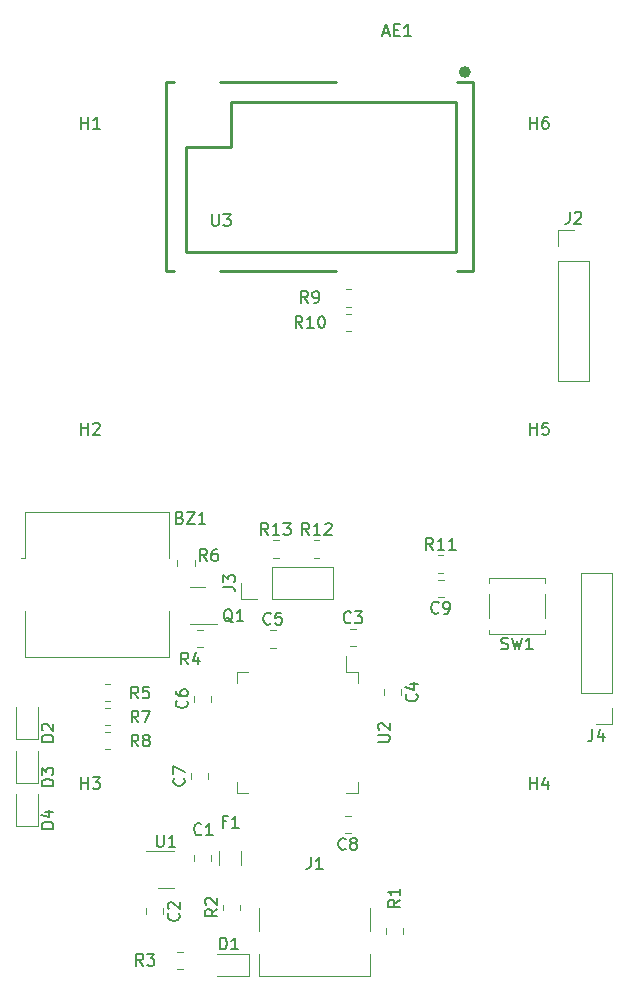
<source format=gbr>
%TF.GenerationSoftware,KiCad,Pcbnew,(6.0.4)*%
%TF.CreationDate,2022-05-01T17:18:24+08:00*%
%TF.ProjectId,RFID-siteV_1_0,52464944-2d73-4697-9465-565f315f302e,rev?*%
%TF.SameCoordinates,Original*%
%TF.FileFunction,Legend,Top*%
%TF.FilePolarity,Positive*%
%FSLAX46Y46*%
G04 Gerber Fmt 4.6, Leading zero omitted, Abs format (unit mm)*
G04 Created by KiCad (PCBNEW (6.0.4)) date 2022-05-01 17:18:24*
%MOMM*%
%LPD*%
G01*
G04 APERTURE LIST*
%ADD10C,0.150000*%
%ADD11C,0.120000*%
%ADD12C,0.500000*%
%ADD13C,0.254000*%
G04 APERTURE END LIST*
D10*
%TO.C,C8*%
X99833133Y-163936742D02*
X99785514Y-163984361D01*
X99642657Y-164031980D01*
X99547419Y-164031980D01*
X99404561Y-163984361D01*
X99309323Y-163889123D01*
X99261704Y-163793885D01*
X99214085Y-163603409D01*
X99214085Y-163460552D01*
X99261704Y-163270076D01*
X99309323Y-163174838D01*
X99404561Y-163079600D01*
X99547419Y-163031980D01*
X99642657Y-163031980D01*
X99785514Y-163079600D01*
X99833133Y-163127219D01*
X100404561Y-163460552D02*
X100309323Y-163412933D01*
X100261704Y-163365314D01*
X100214085Y-163270076D01*
X100214085Y-163222457D01*
X100261704Y-163127219D01*
X100309323Y-163079600D01*
X100404561Y-163031980D01*
X100595038Y-163031980D01*
X100690276Y-163079600D01*
X100737895Y-163127219D01*
X100785514Y-163222457D01*
X100785514Y-163270076D01*
X100737895Y-163365314D01*
X100690276Y-163412933D01*
X100595038Y-163460552D01*
X100404561Y-163460552D01*
X100309323Y-163508171D01*
X100261704Y-163555790D01*
X100214085Y-163651028D01*
X100214085Y-163841504D01*
X100261704Y-163936742D01*
X100309323Y-163984361D01*
X100404561Y-164031980D01*
X100595038Y-164031980D01*
X100690276Y-163984361D01*
X100737895Y-163936742D01*
X100785514Y-163841504D01*
X100785514Y-163651028D01*
X100737895Y-163555790D01*
X100690276Y-163508171D01*
X100595038Y-163460552D01*
%TO.C,J3*%
X89451380Y-141760533D02*
X90165666Y-141760533D01*
X90308523Y-141808152D01*
X90403761Y-141903390D01*
X90451380Y-142046247D01*
X90451380Y-142141485D01*
X89451380Y-141379580D02*
X89451380Y-140760533D01*
X89832333Y-141093866D01*
X89832333Y-140951009D01*
X89879952Y-140855771D01*
X89927571Y-140808152D01*
X90022809Y-140760533D01*
X90260904Y-140760533D01*
X90356142Y-140808152D01*
X90403761Y-140855771D01*
X90451380Y-140951009D01*
X90451380Y-141236723D01*
X90403761Y-141331961D01*
X90356142Y-141379580D01*
%TO.C,H6*%
X115446334Y-102973332D02*
X115446334Y-101973332D01*
X115446334Y-102449523D02*
X116017762Y-102449523D01*
X116017762Y-102973332D02*
X116017762Y-101973332D01*
X116922524Y-101973332D02*
X116732048Y-101973332D01*
X116636810Y-102020952D01*
X116589191Y-102068571D01*
X116493953Y-102211428D01*
X116446334Y-102401904D01*
X116446334Y-102782856D01*
X116493953Y-102878094D01*
X116541572Y-102925713D01*
X116636810Y-102973332D01*
X116827286Y-102973332D01*
X116922524Y-102925713D01*
X116970143Y-102878094D01*
X117017762Y-102782856D01*
X117017762Y-102544761D01*
X116970143Y-102449523D01*
X116922524Y-102401904D01*
X116827286Y-102354285D01*
X116636810Y-102354285D01*
X116541572Y-102401904D01*
X116493953Y-102449523D01*
X116446334Y-102544761D01*
%TO.C,H5*%
X115446334Y-128873332D02*
X115446334Y-127873332D01*
X115446334Y-128349523D02*
X116017762Y-128349523D01*
X116017762Y-128873332D02*
X116017762Y-127873332D01*
X116970143Y-127873332D02*
X116493953Y-127873332D01*
X116446334Y-128349523D01*
X116493953Y-128301904D01*
X116589191Y-128254285D01*
X116827286Y-128254285D01*
X116922524Y-128301904D01*
X116970143Y-128349523D01*
X117017762Y-128444761D01*
X117017762Y-128682856D01*
X116970143Y-128778094D01*
X116922524Y-128825713D01*
X116827286Y-128873332D01*
X116589191Y-128873332D01*
X116493953Y-128825713D01*
X116446334Y-128778094D01*
%TO.C,H4*%
X115446077Y-158873332D02*
X115446077Y-157873332D01*
X115446077Y-158349523D02*
X116017505Y-158349523D01*
X116017505Y-158873332D02*
X116017505Y-157873332D01*
X116922267Y-158206666D02*
X116922267Y-158873332D01*
X116684172Y-157825713D02*
X116446077Y-158539999D01*
X117065124Y-158539999D01*
%TO.C,H3*%
X77446077Y-158873332D02*
X77446077Y-157873332D01*
X77446077Y-158349523D02*
X78017505Y-158349523D01*
X78017505Y-158873332D02*
X78017505Y-157873332D01*
X78398458Y-157873332D02*
X79017505Y-157873332D01*
X78684172Y-158254285D01*
X78827029Y-158254285D01*
X78922267Y-158301904D01*
X78969886Y-158349523D01*
X79017505Y-158444761D01*
X79017505Y-158682856D01*
X78969886Y-158778094D01*
X78922267Y-158825713D01*
X78827029Y-158873332D01*
X78541315Y-158873332D01*
X78446077Y-158825713D01*
X78398458Y-158778094D01*
%TO.C,H2*%
X77446334Y-128873332D02*
X77446334Y-127873332D01*
X77446334Y-128349523D02*
X78017762Y-128349523D01*
X78017762Y-128873332D02*
X78017762Y-127873332D01*
X78446334Y-127968571D02*
X78493953Y-127920952D01*
X78589191Y-127873332D01*
X78827286Y-127873332D01*
X78922524Y-127920952D01*
X78970143Y-127968571D01*
X79017762Y-128063809D01*
X79017762Y-128159047D01*
X78970143Y-128301904D01*
X78398715Y-128873332D01*
X79017762Y-128873332D01*
%TO.C,H1*%
X77446334Y-102973332D02*
X77446334Y-101973332D01*
X77446334Y-102449523D02*
X78017762Y-102449523D01*
X78017762Y-102973332D02*
X78017762Y-101973332D01*
X79017762Y-102973332D02*
X78446334Y-102973332D01*
X78732048Y-102973332D02*
X78732048Y-101973332D01*
X78636810Y-102116190D01*
X78541572Y-102211428D01*
X78446334Y-102259047D01*
%TO.C,U3*%
X88510095Y-110193580D02*
X88510095Y-111003104D01*
X88557714Y-111098342D01*
X88605333Y-111145961D01*
X88700571Y-111193580D01*
X88891047Y-111193580D01*
X88986285Y-111145961D01*
X89033904Y-111098342D01*
X89081523Y-111003104D01*
X89081523Y-110193580D01*
X89462476Y-110193580D02*
X90081523Y-110193580D01*
X89748190Y-110574533D01*
X89891047Y-110574533D01*
X89986285Y-110622152D01*
X90033904Y-110669771D01*
X90081523Y-110765009D01*
X90081523Y-111003104D01*
X90033904Y-111098342D01*
X89986285Y-111145961D01*
X89891047Y-111193580D01*
X89605333Y-111193580D01*
X89510095Y-111145961D01*
X89462476Y-111098342D01*
%TO.C,U2*%
X102584980Y-154863704D02*
X103394504Y-154863704D01*
X103489742Y-154816085D01*
X103537361Y-154768466D01*
X103584980Y-154673228D01*
X103584980Y-154482752D01*
X103537361Y-154387514D01*
X103489742Y-154339895D01*
X103394504Y-154292276D01*
X102584980Y-154292276D01*
X102680219Y-153863704D02*
X102632600Y-153816085D01*
X102584980Y-153720847D01*
X102584980Y-153482752D01*
X102632600Y-153387514D01*
X102680219Y-153339895D01*
X102775457Y-153292276D01*
X102870695Y-153292276D01*
X103013552Y-153339895D01*
X103584980Y-153911323D01*
X103584980Y-153292276D01*
%TO.C,U1*%
X83845495Y-162761980D02*
X83845495Y-163571504D01*
X83893114Y-163666742D01*
X83940733Y-163714361D01*
X84035971Y-163761980D01*
X84226447Y-163761980D01*
X84321685Y-163714361D01*
X84369304Y-163666742D01*
X84416923Y-163571504D01*
X84416923Y-162761980D01*
X85416923Y-163761980D02*
X84845495Y-163761980D01*
X85131209Y-163761980D02*
X85131209Y-162761980D01*
X85035971Y-162904838D01*
X84940733Y-163000076D01*
X84845495Y-163047695D01*
%TO.C,SW1*%
X113010666Y-147014561D02*
X113153523Y-147062180D01*
X113391619Y-147062180D01*
X113486857Y-147014561D01*
X113534476Y-146966942D01*
X113582095Y-146871704D01*
X113582095Y-146776466D01*
X113534476Y-146681228D01*
X113486857Y-146633609D01*
X113391619Y-146585990D01*
X113201142Y-146538371D01*
X113105904Y-146490752D01*
X113058285Y-146443133D01*
X113010666Y-146347895D01*
X113010666Y-146252657D01*
X113058285Y-146157419D01*
X113105904Y-146109800D01*
X113201142Y-146062180D01*
X113439238Y-146062180D01*
X113582095Y-146109800D01*
X113915428Y-146062180D02*
X114153523Y-147062180D01*
X114344000Y-146347895D01*
X114534476Y-147062180D01*
X114772571Y-146062180D01*
X115677333Y-147062180D02*
X115105904Y-147062180D01*
X115391619Y-147062180D02*
X115391619Y-146062180D01*
X115296380Y-146205038D01*
X115201142Y-146300276D01*
X115105904Y-146347895D01*
%TO.C,R13*%
X93271342Y-137359380D02*
X92938009Y-136883190D01*
X92699914Y-137359380D02*
X92699914Y-136359380D01*
X93080866Y-136359380D01*
X93176104Y-136407000D01*
X93223723Y-136454619D01*
X93271342Y-136549857D01*
X93271342Y-136692714D01*
X93223723Y-136787952D01*
X93176104Y-136835571D01*
X93080866Y-136883190D01*
X92699914Y-136883190D01*
X94223723Y-137359380D02*
X93652295Y-137359380D01*
X93938009Y-137359380D02*
X93938009Y-136359380D01*
X93842771Y-136502238D01*
X93747533Y-136597476D01*
X93652295Y-136645095D01*
X94557057Y-136359380D02*
X95176104Y-136359380D01*
X94842771Y-136740333D01*
X94985628Y-136740333D01*
X95080866Y-136787952D01*
X95128485Y-136835571D01*
X95176104Y-136930809D01*
X95176104Y-137168904D01*
X95128485Y-137264142D01*
X95080866Y-137311761D01*
X94985628Y-137359380D01*
X94699914Y-137359380D01*
X94604676Y-137311761D01*
X94557057Y-137264142D01*
%TO.C,R12*%
X96740742Y-137359380D02*
X96407409Y-136883190D01*
X96169314Y-137359380D02*
X96169314Y-136359380D01*
X96550266Y-136359380D01*
X96645504Y-136407000D01*
X96693123Y-136454619D01*
X96740742Y-136549857D01*
X96740742Y-136692714D01*
X96693123Y-136787952D01*
X96645504Y-136835571D01*
X96550266Y-136883190D01*
X96169314Y-136883190D01*
X97693123Y-137359380D02*
X97121695Y-137359380D01*
X97407409Y-137359380D02*
X97407409Y-136359380D01*
X97312171Y-136502238D01*
X97216933Y-136597476D01*
X97121695Y-136645095D01*
X98074076Y-136454619D02*
X98121695Y-136407000D01*
X98216933Y-136359380D01*
X98455028Y-136359380D01*
X98550266Y-136407000D01*
X98597885Y-136454619D01*
X98645504Y-136549857D01*
X98645504Y-136645095D01*
X98597885Y-136787952D01*
X98026457Y-137359380D01*
X98645504Y-137359380D01*
%TO.C,R11*%
X107224142Y-138630780D02*
X106890809Y-138154590D01*
X106652714Y-138630780D02*
X106652714Y-137630780D01*
X107033666Y-137630780D01*
X107128904Y-137678400D01*
X107176523Y-137726019D01*
X107224142Y-137821257D01*
X107224142Y-137964114D01*
X107176523Y-138059352D01*
X107128904Y-138106971D01*
X107033666Y-138154590D01*
X106652714Y-138154590D01*
X108176523Y-138630780D02*
X107605095Y-138630780D01*
X107890809Y-138630780D02*
X107890809Y-137630780D01*
X107795571Y-137773638D01*
X107700333Y-137868876D01*
X107605095Y-137916495D01*
X109128904Y-138630780D02*
X108557476Y-138630780D01*
X108843190Y-138630780D02*
X108843190Y-137630780D01*
X108747952Y-137773638D01*
X108652714Y-137868876D01*
X108557476Y-137916495D01*
%TO.C,R10*%
X96156542Y-119832380D02*
X95823209Y-119356190D01*
X95585114Y-119832380D02*
X95585114Y-118832380D01*
X95966066Y-118832380D01*
X96061304Y-118880000D01*
X96108923Y-118927619D01*
X96156542Y-119022857D01*
X96156542Y-119165714D01*
X96108923Y-119260952D01*
X96061304Y-119308571D01*
X95966066Y-119356190D01*
X95585114Y-119356190D01*
X97108923Y-119832380D02*
X96537495Y-119832380D01*
X96823209Y-119832380D02*
X96823209Y-118832380D01*
X96727971Y-118975238D01*
X96632733Y-119070476D01*
X96537495Y-119118095D01*
X97727971Y-118832380D02*
X97823209Y-118832380D01*
X97918447Y-118880000D01*
X97966066Y-118927619D01*
X98013685Y-119022857D01*
X98061304Y-119213333D01*
X98061304Y-119451428D01*
X98013685Y-119641904D01*
X97966066Y-119737142D01*
X97918447Y-119784761D01*
X97823209Y-119832380D01*
X97727971Y-119832380D01*
X97632733Y-119784761D01*
X97585114Y-119737142D01*
X97537495Y-119641904D01*
X97489876Y-119451428D01*
X97489876Y-119213333D01*
X97537495Y-119022857D01*
X97585114Y-118927619D01*
X97632733Y-118880000D01*
X97727971Y-118832380D01*
%TO.C,R9*%
X96634633Y-117724180D02*
X96301300Y-117247990D01*
X96063204Y-117724180D02*
X96063204Y-116724180D01*
X96444157Y-116724180D01*
X96539395Y-116771800D01*
X96587014Y-116819419D01*
X96634633Y-116914657D01*
X96634633Y-117057514D01*
X96587014Y-117152752D01*
X96539395Y-117200371D01*
X96444157Y-117247990D01*
X96063204Y-117247990D01*
X97110823Y-117724180D02*
X97301300Y-117724180D01*
X97396538Y-117676561D01*
X97444157Y-117628942D01*
X97539395Y-117486085D01*
X97587014Y-117295609D01*
X97587014Y-116914657D01*
X97539395Y-116819419D01*
X97491776Y-116771800D01*
X97396538Y-116724180D01*
X97206061Y-116724180D01*
X97110823Y-116771800D01*
X97063204Y-116819419D01*
X97015585Y-116914657D01*
X97015585Y-117152752D01*
X97063204Y-117247990D01*
X97110823Y-117295609D01*
X97206061Y-117343228D01*
X97396538Y-117343228D01*
X97491776Y-117295609D01*
X97539395Y-117247990D01*
X97587014Y-117152752D01*
%TO.C,R8*%
X82279833Y-155265380D02*
X81946500Y-154789190D01*
X81708404Y-155265380D02*
X81708404Y-154265380D01*
X82089357Y-154265380D01*
X82184595Y-154313000D01*
X82232214Y-154360619D01*
X82279833Y-154455857D01*
X82279833Y-154598714D01*
X82232214Y-154693952D01*
X82184595Y-154741571D01*
X82089357Y-154789190D01*
X81708404Y-154789190D01*
X82851261Y-154693952D02*
X82756023Y-154646333D01*
X82708404Y-154598714D01*
X82660785Y-154503476D01*
X82660785Y-154455857D01*
X82708404Y-154360619D01*
X82756023Y-154313000D01*
X82851261Y-154265380D01*
X83041738Y-154265380D01*
X83136976Y-154313000D01*
X83184595Y-154360619D01*
X83232214Y-154455857D01*
X83232214Y-154503476D01*
X83184595Y-154598714D01*
X83136976Y-154646333D01*
X83041738Y-154693952D01*
X82851261Y-154693952D01*
X82756023Y-154741571D01*
X82708404Y-154789190D01*
X82660785Y-154884428D01*
X82660785Y-155074904D01*
X82708404Y-155170142D01*
X82756023Y-155217761D01*
X82851261Y-155265380D01*
X83041738Y-155265380D01*
X83136976Y-155217761D01*
X83184595Y-155170142D01*
X83232214Y-155074904D01*
X83232214Y-154884428D01*
X83184595Y-154789190D01*
X83136976Y-154741571D01*
X83041738Y-154693952D01*
%TO.C,R7*%
X82281733Y-153233380D02*
X81948400Y-152757190D01*
X81710304Y-153233380D02*
X81710304Y-152233380D01*
X82091257Y-152233380D01*
X82186495Y-152281000D01*
X82234114Y-152328619D01*
X82281733Y-152423857D01*
X82281733Y-152566714D01*
X82234114Y-152661952D01*
X82186495Y-152709571D01*
X82091257Y-152757190D01*
X81710304Y-152757190D01*
X82615066Y-152233380D02*
X83281733Y-152233380D01*
X82853161Y-153233380D01*
%TO.C,R6*%
X88072933Y-139568180D02*
X87739600Y-139091990D01*
X87501504Y-139568180D02*
X87501504Y-138568180D01*
X87882457Y-138568180D01*
X87977695Y-138615800D01*
X88025314Y-138663419D01*
X88072933Y-138758657D01*
X88072933Y-138901514D01*
X88025314Y-138996752D01*
X87977695Y-139044371D01*
X87882457Y-139091990D01*
X87501504Y-139091990D01*
X88930076Y-138568180D02*
X88739600Y-138568180D01*
X88644361Y-138615800D01*
X88596742Y-138663419D01*
X88501504Y-138806276D01*
X88453885Y-138996752D01*
X88453885Y-139377704D01*
X88501504Y-139472942D01*
X88549123Y-139520561D01*
X88644361Y-139568180D01*
X88834838Y-139568180D01*
X88930076Y-139520561D01*
X88977695Y-139472942D01*
X89025314Y-139377704D01*
X89025314Y-139139609D01*
X88977695Y-139044371D01*
X88930076Y-138996752D01*
X88834838Y-138949133D01*
X88644361Y-138949133D01*
X88549123Y-138996752D01*
X88501504Y-139044371D01*
X88453885Y-139139609D01*
%TO.C,R5*%
X82256333Y-151201380D02*
X81923000Y-150725190D01*
X81684904Y-151201380D02*
X81684904Y-150201380D01*
X82065857Y-150201380D01*
X82161095Y-150249000D01*
X82208714Y-150296619D01*
X82256333Y-150391857D01*
X82256333Y-150534714D01*
X82208714Y-150629952D01*
X82161095Y-150677571D01*
X82065857Y-150725190D01*
X81684904Y-150725190D01*
X83161095Y-150201380D02*
X82684904Y-150201380D01*
X82637285Y-150677571D01*
X82684904Y-150629952D01*
X82780142Y-150582333D01*
X83018238Y-150582333D01*
X83113476Y-150629952D01*
X83161095Y-150677571D01*
X83208714Y-150772809D01*
X83208714Y-151010904D01*
X83161095Y-151106142D01*
X83113476Y-151153761D01*
X83018238Y-151201380D01*
X82780142Y-151201380D01*
X82684904Y-151153761D01*
X82637285Y-151106142D01*
%TO.C,R4*%
X86498133Y-148331180D02*
X86164800Y-147854990D01*
X85926704Y-148331180D02*
X85926704Y-147331180D01*
X86307657Y-147331180D01*
X86402895Y-147378800D01*
X86450514Y-147426419D01*
X86498133Y-147521657D01*
X86498133Y-147664514D01*
X86450514Y-147759752D01*
X86402895Y-147807371D01*
X86307657Y-147854990D01*
X85926704Y-147854990D01*
X87355276Y-147664514D02*
X87355276Y-148331180D01*
X87117180Y-147283561D02*
X86879085Y-147997847D01*
X87498133Y-147997847D01*
%TO.C,R3*%
X82688133Y-173832780D02*
X82354800Y-173356590D01*
X82116704Y-173832780D02*
X82116704Y-172832780D01*
X82497657Y-172832780D01*
X82592895Y-172880400D01*
X82640514Y-172928019D01*
X82688133Y-173023257D01*
X82688133Y-173166114D01*
X82640514Y-173261352D01*
X82592895Y-173308971D01*
X82497657Y-173356590D01*
X82116704Y-173356590D01*
X83021466Y-172832780D02*
X83640514Y-172832780D01*
X83307180Y-173213733D01*
X83450038Y-173213733D01*
X83545276Y-173261352D01*
X83592895Y-173308971D01*
X83640514Y-173404209D01*
X83640514Y-173642304D01*
X83592895Y-173737542D01*
X83545276Y-173785161D01*
X83450038Y-173832780D01*
X83164323Y-173832780D01*
X83069085Y-173785161D01*
X83021466Y-173737542D01*
%TO.C,R2*%
X88946980Y-169049366D02*
X88470790Y-169382700D01*
X88946980Y-169620795D02*
X87946980Y-169620795D01*
X87946980Y-169239842D01*
X87994600Y-169144604D01*
X88042219Y-169096985D01*
X88137457Y-169049366D01*
X88280314Y-169049366D01*
X88375552Y-169096985D01*
X88423171Y-169144604D01*
X88470790Y-169239842D01*
X88470790Y-169620795D01*
X88042219Y-168668414D02*
X87994600Y-168620795D01*
X87946980Y-168525557D01*
X87946980Y-168287461D01*
X87994600Y-168192223D01*
X88042219Y-168144604D01*
X88137457Y-168096985D01*
X88232695Y-168096985D01*
X88375552Y-168144604D01*
X88946980Y-168716033D01*
X88946980Y-168096985D01*
%TO.C,R1*%
X104414580Y-168263866D02*
X103938390Y-168597200D01*
X104414580Y-168835295D02*
X103414580Y-168835295D01*
X103414580Y-168454342D01*
X103462200Y-168359104D01*
X103509819Y-168311485D01*
X103605057Y-168263866D01*
X103747914Y-168263866D01*
X103843152Y-168311485D01*
X103890771Y-168359104D01*
X103938390Y-168454342D01*
X103938390Y-168835295D01*
X104414580Y-167311485D02*
X104414580Y-167882914D01*
X104414580Y-167597200D02*
X103414580Y-167597200D01*
X103557438Y-167692438D01*
X103652676Y-167787676D01*
X103700295Y-167882914D01*
%TO.C,Q1*%
X90252561Y-144768819D02*
X90157323Y-144721200D01*
X90062085Y-144625961D01*
X89919228Y-144483104D01*
X89823990Y-144435485D01*
X89728752Y-144435485D01*
X89776371Y-144673580D02*
X89681133Y-144625961D01*
X89585895Y-144530723D01*
X89538276Y-144340247D01*
X89538276Y-144006914D01*
X89585895Y-143816438D01*
X89681133Y-143721200D01*
X89776371Y-143673580D01*
X89966847Y-143673580D01*
X90062085Y-143721200D01*
X90157323Y-143816438D01*
X90204942Y-144006914D01*
X90204942Y-144340247D01*
X90157323Y-144530723D01*
X90062085Y-144625961D01*
X89966847Y-144673580D01*
X89776371Y-144673580D01*
X91157323Y-144673580D02*
X90585895Y-144673580D01*
X90871609Y-144673580D02*
X90871609Y-143673580D01*
X90776371Y-143816438D01*
X90681133Y-143911676D01*
X90585895Y-143959295D01*
%TO.C,J4*%
X120723066Y-153826780D02*
X120723066Y-154541066D01*
X120675447Y-154683923D01*
X120580209Y-154779161D01*
X120437352Y-154826780D01*
X120342114Y-154826780D01*
X121627828Y-154160114D02*
X121627828Y-154826780D01*
X121389733Y-153779161D02*
X121151638Y-154493447D01*
X121770685Y-154493447D01*
%TO.C,J2*%
X118792666Y-110004980D02*
X118792666Y-110719266D01*
X118745047Y-110862123D01*
X118649809Y-110957361D01*
X118506952Y-111004980D01*
X118411714Y-111004980D01*
X119221238Y-110100219D02*
X119268857Y-110052600D01*
X119364095Y-110004980D01*
X119602190Y-110004980D01*
X119697428Y-110052600D01*
X119745047Y-110100219D01*
X119792666Y-110195457D01*
X119792666Y-110290695D01*
X119745047Y-110433552D01*
X119173619Y-111004980D01*
X119792666Y-111004980D01*
%TO.C,J1*%
X96874648Y-164647780D02*
X96874648Y-165362066D01*
X96827029Y-165504923D01*
X96731791Y-165600161D01*
X96588934Y-165647780D01*
X96493696Y-165647780D01*
X97874648Y-165647780D02*
X97303220Y-165647780D01*
X97588934Y-165647780D02*
X97588934Y-164647780D01*
X97493696Y-164790638D01*
X97398458Y-164885876D01*
X97303220Y-164933495D01*
%TO.C,F1*%
X89735066Y-161624971D02*
X89401733Y-161624971D01*
X89401733Y-162148780D02*
X89401733Y-161148780D01*
X89877923Y-161148780D01*
X90782685Y-162148780D02*
X90211257Y-162148780D01*
X90496971Y-162148780D02*
X90496971Y-161148780D01*
X90401733Y-161291638D01*
X90306495Y-161386876D01*
X90211257Y-161434495D01*
%TO.C,D4*%
X75077580Y-162231295D02*
X74077580Y-162231295D01*
X74077580Y-161993200D01*
X74125200Y-161850342D01*
X74220438Y-161755104D01*
X74315676Y-161707485D01*
X74506152Y-161659866D01*
X74649009Y-161659866D01*
X74839485Y-161707485D01*
X74934723Y-161755104D01*
X75029961Y-161850342D01*
X75077580Y-161993200D01*
X75077580Y-162231295D01*
X74410914Y-160802723D02*
X75077580Y-160802723D01*
X74029961Y-161040819D02*
X74744247Y-161278914D01*
X74744247Y-160659866D01*
%TO.C,D3*%
X75077580Y-158599095D02*
X74077580Y-158599095D01*
X74077580Y-158361000D01*
X74125200Y-158218142D01*
X74220438Y-158122904D01*
X74315676Y-158075285D01*
X74506152Y-158027666D01*
X74649009Y-158027666D01*
X74839485Y-158075285D01*
X74934723Y-158122904D01*
X75029961Y-158218142D01*
X75077580Y-158361000D01*
X75077580Y-158599095D01*
X74077580Y-157694333D02*
X74077580Y-157075285D01*
X74458533Y-157408619D01*
X74458533Y-157265761D01*
X74506152Y-157170523D01*
X74553771Y-157122904D01*
X74649009Y-157075285D01*
X74887104Y-157075285D01*
X74982342Y-157122904D01*
X75029961Y-157170523D01*
X75077580Y-157265761D01*
X75077580Y-157551476D01*
X75029961Y-157646714D01*
X74982342Y-157694333D01*
%TO.C,D2*%
X75077580Y-154865295D02*
X74077580Y-154865295D01*
X74077580Y-154627200D01*
X74125200Y-154484342D01*
X74220438Y-154389104D01*
X74315676Y-154341485D01*
X74506152Y-154293866D01*
X74649009Y-154293866D01*
X74839485Y-154341485D01*
X74934723Y-154389104D01*
X75029961Y-154484342D01*
X75077580Y-154627200D01*
X75077580Y-154865295D01*
X74172819Y-153912914D02*
X74125200Y-153865295D01*
X74077580Y-153770057D01*
X74077580Y-153531961D01*
X74125200Y-153436723D01*
X74172819Y-153389104D01*
X74268057Y-153341485D01*
X74363295Y-153341485D01*
X74506152Y-153389104D01*
X75077580Y-153960533D01*
X75077580Y-153341485D01*
%TO.C,D1*%
X89203304Y-172461180D02*
X89203304Y-171461180D01*
X89441400Y-171461180D01*
X89584257Y-171508800D01*
X89679495Y-171604038D01*
X89727114Y-171699276D01*
X89774733Y-171889752D01*
X89774733Y-172032609D01*
X89727114Y-172223085D01*
X89679495Y-172318323D01*
X89584257Y-172413561D01*
X89441400Y-172461180D01*
X89203304Y-172461180D01*
X90727114Y-172461180D02*
X90155685Y-172461180D01*
X90441400Y-172461180D02*
X90441400Y-171461180D01*
X90346161Y-171604038D01*
X90250923Y-171699276D01*
X90155685Y-171746895D01*
%TO.C,C9*%
X107700333Y-143922942D02*
X107652714Y-143970561D01*
X107509857Y-144018180D01*
X107414619Y-144018180D01*
X107271761Y-143970561D01*
X107176523Y-143875323D01*
X107128904Y-143780085D01*
X107081285Y-143589609D01*
X107081285Y-143446752D01*
X107128904Y-143256276D01*
X107176523Y-143161038D01*
X107271761Y-143065800D01*
X107414619Y-143018180D01*
X107509857Y-143018180D01*
X107652714Y-143065800D01*
X107700333Y-143113419D01*
X108176523Y-144018180D02*
X108367000Y-144018180D01*
X108462238Y-143970561D01*
X108509857Y-143922942D01*
X108605095Y-143780085D01*
X108652714Y-143589609D01*
X108652714Y-143208657D01*
X108605095Y-143113419D01*
X108557476Y-143065800D01*
X108462238Y-143018180D01*
X108271761Y-143018180D01*
X108176523Y-143065800D01*
X108128904Y-143113419D01*
X108081285Y-143208657D01*
X108081285Y-143446752D01*
X108128904Y-143541990D01*
X108176523Y-143589609D01*
X108271761Y-143637228D01*
X108462238Y-143637228D01*
X108557476Y-143589609D01*
X108605095Y-143541990D01*
X108652714Y-143446752D01*
%TO.C,C7*%
X86129342Y-157966666D02*
X86176961Y-158014285D01*
X86224580Y-158157142D01*
X86224580Y-158252380D01*
X86176961Y-158395238D01*
X86081723Y-158490476D01*
X85986485Y-158538095D01*
X85796009Y-158585714D01*
X85653152Y-158585714D01*
X85462676Y-158538095D01*
X85367438Y-158490476D01*
X85272200Y-158395238D01*
X85224580Y-158252380D01*
X85224580Y-158157142D01*
X85272200Y-158014285D01*
X85319819Y-157966666D01*
X85224580Y-157633333D02*
X85224580Y-156966666D01*
X86224580Y-157395238D01*
%TO.C,C6*%
X86357942Y-151398266D02*
X86405561Y-151445885D01*
X86453180Y-151588742D01*
X86453180Y-151683980D01*
X86405561Y-151826838D01*
X86310323Y-151922076D01*
X86215085Y-151969695D01*
X86024609Y-152017314D01*
X85881752Y-152017314D01*
X85691276Y-151969695D01*
X85596038Y-151922076D01*
X85500800Y-151826838D01*
X85453180Y-151683980D01*
X85453180Y-151588742D01*
X85500800Y-151445885D01*
X85548419Y-151398266D01*
X85453180Y-150541123D02*
X85453180Y-150731600D01*
X85500800Y-150826838D01*
X85548419Y-150874457D01*
X85691276Y-150969695D01*
X85881752Y-151017314D01*
X86262704Y-151017314D01*
X86357942Y-150969695D01*
X86405561Y-150922076D01*
X86453180Y-150826838D01*
X86453180Y-150636361D01*
X86405561Y-150541123D01*
X86357942Y-150493504D01*
X86262704Y-150445885D01*
X86024609Y-150445885D01*
X85929371Y-150493504D01*
X85881752Y-150541123D01*
X85834133Y-150636361D01*
X85834133Y-150826838D01*
X85881752Y-150922076D01*
X85929371Y-150969695D01*
X86024609Y-151017314D01*
%TO.C,C5*%
X93483133Y-144854142D02*
X93435514Y-144901761D01*
X93292657Y-144949380D01*
X93197419Y-144949380D01*
X93054561Y-144901761D01*
X92959323Y-144806523D01*
X92911704Y-144711285D01*
X92864085Y-144520809D01*
X92864085Y-144377952D01*
X92911704Y-144187476D01*
X92959323Y-144092238D01*
X93054561Y-143997000D01*
X93197419Y-143949380D01*
X93292657Y-143949380D01*
X93435514Y-143997000D01*
X93483133Y-144044619D01*
X94387895Y-143949380D02*
X93911704Y-143949380D01*
X93864085Y-144425571D01*
X93911704Y-144377952D01*
X94006942Y-144330333D01*
X94245038Y-144330333D01*
X94340276Y-144377952D01*
X94387895Y-144425571D01*
X94435514Y-144520809D01*
X94435514Y-144758904D01*
X94387895Y-144854142D01*
X94340276Y-144901761D01*
X94245038Y-144949380D01*
X94006942Y-144949380D01*
X93911704Y-144901761D01*
X93864085Y-144854142D01*
%TO.C,C4*%
X105821542Y-150839466D02*
X105869161Y-150887085D01*
X105916780Y-151029942D01*
X105916780Y-151125180D01*
X105869161Y-151268038D01*
X105773923Y-151363276D01*
X105678685Y-151410895D01*
X105488209Y-151458514D01*
X105345352Y-151458514D01*
X105154876Y-151410895D01*
X105059638Y-151363276D01*
X104964400Y-151268038D01*
X104916780Y-151125180D01*
X104916780Y-151029942D01*
X104964400Y-150887085D01*
X105012019Y-150839466D01*
X105250114Y-149982323D02*
X105916780Y-149982323D01*
X104869161Y-150220419D02*
X105583447Y-150458514D01*
X105583447Y-149839466D01*
%TO.C,C3*%
X100264933Y-144752542D02*
X100217314Y-144800161D01*
X100074457Y-144847780D01*
X99979219Y-144847780D01*
X99836361Y-144800161D01*
X99741123Y-144704923D01*
X99693504Y-144609685D01*
X99645885Y-144419209D01*
X99645885Y-144276352D01*
X99693504Y-144085876D01*
X99741123Y-143990638D01*
X99836361Y-143895400D01*
X99979219Y-143847780D01*
X100074457Y-143847780D01*
X100217314Y-143895400D01*
X100264933Y-143943019D01*
X100598266Y-143847780D02*
X101217314Y-143847780D01*
X100883980Y-144228733D01*
X101026838Y-144228733D01*
X101122076Y-144276352D01*
X101169695Y-144323971D01*
X101217314Y-144419209D01*
X101217314Y-144657304D01*
X101169695Y-144752542D01*
X101122076Y-144800161D01*
X101026838Y-144847780D01*
X100741123Y-144847780D01*
X100645885Y-144800161D01*
X100598266Y-144752542D01*
%TO.C,C2*%
X85679342Y-169406866D02*
X85726961Y-169454485D01*
X85774580Y-169597342D01*
X85774580Y-169692580D01*
X85726961Y-169835438D01*
X85631723Y-169930676D01*
X85536485Y-169978295D01*
X85346009Y-170025914D01*
X85203152Y-170025914D01*
X85012676Y-169978295D01*
X84917438Y-169930676D01*
X84822200Y-169835438D01*
X84774580Y-169692580D01*
X84774580Y-169597342D01*
X84822200Y-169454485D01*
X84869819Y-169406866D01*
X84869819Y-169025914D02*
X84822200Y-168978295D01*
X84774580Y-168883057D01*
X84774580Y-168644961D01*
X84822200Y-168549723D01*
X84869819Y-168502104D01*
X84965057Y-168454485D01*
X85060295Y-168454485D01*
X85203152Y-168502104D01*
X85774580Y-169073533D01*
X85774580Y-168454485D01*
%TO.C,C1*%
X87615733Y-162688542D02*
X87568114Y-162736161D01*
X87425257Y-162783780D01*
X87330019Y-162783780D01*
X87187161Y-162736161D01*
X87091923Y-162640923D01*
X87044304Y-162545685D01*
X86996685Y-162355209D01*
X86996685Y-162212352D01*
X87044304Y-162021876D01*
X87091923Y-161926638D01*
X87187161Y-161831400D01*
X87330019Y-161783780D01*
X87425257Y-161783780D01*
X87568114Y-161831400D01*
X87615733Y-161879019D01*
X88568114Y-162783780D02*
X87996685Y-162783780D01*
X88282400Y-162783780D02*
X88282400Y-161783780D01*
X88187161Y-161926638D01*
X88091923Y-162021876D01*
X87996685Y-162069495D01*
%TO.C,BZ1*%
X85809247Y-135894771D02*
X85952104Y-135942390D01*
X85999723Y-135990009D01*
X86047342Y-136085247D01*
X86047342Y-136228104D01*
X85999723Y-136323342D01*
X85952104Y-136370961D01*
X85856866Y-136418580D01*
X85475914Y-136418580D01*
X85475914Y-135418580D01*
X85809247Y-135418580D01*
X85904485Y-135466200D01*
X85952104Y-135513819D01*
X85999723Y-135609057D01*
X85999723Y-135704295D01*
X85952104Y-135799533D01*
X85904485Y-135847152D01*
X85809247Y-135894771D01*
X85475914Y-135894771D01*
X86380676Y-135418580D02*
X87047342Y-135418580D01*
X86380676Y-136418580D01*
X87047342Y-136418580D01*
X87952104Y-136418580D02*
X87380676Y-136418580D01*
X87666390Y-136418580D02*
X87666390Y-135418580D01*
X87571152Y-135561438D01*
X87475914Y-135656676D01*
X87380676Y-135704295D01*
%TO.C,AE1*%
X103024133Y-94857866D02*
X103500323Y-94857866D01*
X102928895Y-95143580D02*
X103262228Y-94143580D01*
X103595561Y-95143580D01*
X103928895Y-94619771D02*
X104262228Y-94619771D01*
X104405085Y-95143580D02*
X103928895Y-95143580D01*
X103928895Y-94143580D01*
X104405085Y-94143580D01*
X105357466Y-95143580D02*
X104786038Y-95143580D01*
X105071752Y-95143580D02*
X105071752Y-94143580D01*
X104976514Y-94286438D01*
X104881276Y-94381676D01*
X104786038Y-94429295D01*
D11*
%TO.C,C8*%
X100261052Y-161164600D02*
X99738548Y-161164600D01*
X100261052Y-162634600D02*
X99738548Y-162634600D01*
%TO.C,J3*%
X98739000Y-142757200D02*
X98739000Y-140097200D01*
X93599000Y-142757200D02*
X98739000Y-142757200D01*
X92329000Y-142757200D02*
X90999000Y-142757200D01*
X93599000Y-140097200D02*
X98739000Y-140097200D01*
X90999000Y-142757200D02*
X90999000Y-141427200D01*
X93599000Y-142757200D02*
X93599000Y-140097200D01*
D12*
%TO.C,U3*%
X110166500Y-98169200D02*
G75*
G03*
X110166500Y-98169200I-250000J0D01*
G01*
D13*
X110576000Y-115059200D02*
X109257000Y-115059200D01*
X90161000Y-104519200D02*
X90161000Y-100709200D01*
X85265000Y-99059200D02*
X84576000Y-99059200D01*
X99005000Y-99059200D02*
X89167000Y-99059200D01*
X85265000Y-115059200D02*
X84576000Y-115059200D01*
X99005000Y-115059200D02*
X89167000Y-115059200D01*
X86351000Y-104519200D02*
X90161000Y-104519200D01*
X110576000Y-99059200D02*
X109257000Y-99059200D01*
X109211000Y-100709200D02*
X109211000Y-113409200D01*
X110576000Y-99059200D02*
X110576000Y-115059200D01*
X86351000Y-113409200D02*
X86351000Y-104519200D01*
X109211000Y-113409200D02*
X86351000Y-113409200D01*
X84576000Y-99059200D02*
X84576000Y-115059200D01*
X90161000Y-100709200D02*
X109211000Y-100709200D01*
D11*
%TO.C,U2*%
X100842600Y-149941800D02*
X100842600Y-148991800D01*
X100842600Y-158261800D02*
X100842600Y-159211800D01*
X90622600Y-159211800D02*
X91572600Y-159211800D01*
X90622600Y-158261800D02*
X90622600Y-159211800D01*
X90622600Y-149941800D02*
X90622600Y-148991800D01*
X100842600Y-148991800D02*
X99892600Y-148991800D01*
X100842600Y-159211800D02*
X99892600Y-159211800D01*
X90622600Y-148991800D02*
X91572600Y-148991800D01*
X99892600Y-148991800D02*
X99892600Y-147651800D01*
%TO.C,U1*%
X84607400Y-164149600D02*
X85257400Y-164149600D01*
X84607400Y-167269600D02*
X85257400Y-167269600D01*
X84607400Y-164149600D02*
X82932400Y-164149600D01*
X84607400Y-167269600D02*
X83957400Y-167269600D01*
%TO.C,SW1*%
X116714000Y-141039800D02*
X116714000Y-141439800D01*
X116714000Y-141039800D02*
X111974000Y-141039800D01*
X111974000Y-141039800D02*
X111974000Y-141439800D01*
X111974000Y-142379800D02*
X111974000Y-144439800D01*
X111974000Y-145779800D02*
X111974000Y-145379800D01*
X116714000Y-145779800D02*
X111974000Y-145779800D01*
X116714000Y-142379800D02*
X116714000Y-144439800D01*
X116714000Y-145779800D02*
X116714000Y-145379800D01*
%TO.C,R13*%
X93687136Y-137822000D02*
X94141264Y-137822000D01*
X93687136Y-139292000D02*
X94141264Y-139292000D01*
%TO.C,R12*%
X97156536Y-137822000D02*
X97610664Y-137822000D01*
X97156536Y-139292000D02*
X97610664Y-139292000D01*
%TO.C,R11*%
X107639936Y-139093400D02*
X108094064Y-139093400D01*
X107639936Y-140563400D02*
X108094064Y-140563400D01*
%TO.C,R10*%
X99821636Y-118670400D02*
X100275764Y-118670400D01*
X99821636Y-120140400D02*
X100275764Y-120140400D01*
%TO.C,R9*%
X99823536Y-116562200D02*
X100277664Y-116562200D01*
X99823536Y-118032200D02*
X100277664Y-118032200D01*
%TO.C,R8*%
X79427336Y-154027200D02*
X79881464Y-154027200D01*
X79427336Y-155497200D02*
X79881464Y-155497200D01*
%TO.C,R7*%
X79429236Y-151995200D02*
X79883364Y-151995200D01*
X79429236Y-153465200D02*
X79883364Y-153465200D01*
%TO.C,R6*%
X85574200Y-139979764D02*
X85574200Y-139525636D01*
X87044200Y-139979764D02*
X87044200Y-139525636D01*
%TO.C,R5*%
X79427336Y-149963200D02*
X79881464Y-149963200D01*
X79427336Y-151433200D02*
X79881464Y-151433200D01*
%TO.C,R4*%
X87275936Y-145391200D02*
X87730064Y-145391200D01*
X87275936Y-146861200D02*
X87730064Y-146861200D01*
%TO.C,R3*%
X86028264Y-174115400D02*
X85574136Y-174115400D01*
X86028264Y-172645400D02*
X85574136Y-172645400D01*
%TO.C,R2*%
X90879600Y-169109764D02*
X90879600Y-168655636D01*
X89409600Y-169109764D02*
X89409600Y-168655636D01*
%TO.C,R1*%
X103227200Y-171118264D02*
X103227200Y-170664136D01*
X104697200Y-171118264D02*
X104697200Y-170664136D01*
%TO.C,Q1*%
X87274400Y-144866800D02*
X86624400Y-144866800D01*
X87274400Y-141746800D02*
X86624400Y-141746800D01*
X87274400Y-144866800D02*
X88949400Y-144866800D01*
X87274400Y-141746800D02*
X87924400Y-141746800D01*
%TO.C,J4*%
X119726400Y-150774400D02*
X119726400Y-140554400D01*
X122386400Y-153374400D02*
X121056400Y-153374400D01*
X122386400Y-150774400D02*
X122386400Y-140554400D01*
X122386400Y-140554400D02*
X119726400Y-140554400D01*
X122386400Y-150774400D02*
X119726400Y-150774400D01*
X122386400Y-152044400D02*
X122386400Y-153374400D01*
%TO.C,J2*%
X120456000Y-114152600D02*
X120456000Y-124372600D01*
X117796000Y-111552600D02*
X119126000Y-111552600D01*
X117796000Y-114152600D02*
X117796000Y-124372600D01*
X117796000Y-124372600D02*
X120456000Y-124372600D01*
X117796000Y-114152600D02*
X120456000Y-114152600D01*
X117796000Y-112882600D02*
X117796000Y-111552600D01*
%TO.C,J1*%
X101907982Y-168940400D02*
X101907982Y-170940400D01*
X92507982Y-172840400D02*
X92507982Y-174740400D01*
X92507982Y-168940400D02*
X92507982Y-170940400D01*
X101907982Y-172840400D02*
X101907982Y-174740400D01*
X92507982Y-174740400D02*
X101907982Y-174740400D01*
%TO.C,F1*%
X90927600Y-165295664D02*
X90927600Y-164091536D01*
X89107600Y-165295664D02*
X89107600Y-164091536D01*
%TO.C,D4*%
X73807200Y-161984400D02*
X73807200Y-159299400D01*
X71887200Y-161984400D02*
X73807200Y-161984400D01*
X71887200Y-159299400D02*
X71887200Y-161984400D01*
%TO.C,D3*%
X73807200Y-158352200D02*
X73807200Y-155667200D01*
X71887200Y-158352200D02*
X73807200Y-158352200D01*
X71887200Y-155667200D02*
X71887200Y-158352200D01*
%TO.C,D2*%
X73807200Y-154618400D02*
X73807200Y-151933400D01*
X71887200Y-154618400D02*
X73807200Y-154618400D01*
X71887200Y-151933400D02*
X71887200Y-154618400D01*
%TO.C,D1*%
X91626400Y-172826800D02*
X88941400Y-172826800D01*
X91626400Y-174746800D02*
X91626400Y-172826800D01*
X88941400Y-174746800D02*
X91626400Y-174746800D01*
%TO.C,C9*%
X108128252Y-141150800D02*
X107605748Y-141150800D01*
X108128252Y-142620800D02*
X107605748Y-142620800D01*
%TO.C,C7*%
X88187200Y-158061252D02*
X88187200Y-157538748D01*
X86717200Y-158061252D02*
X86717200Y-157538748D01*
%TO.C,C6*%
X88415800Y-151492852D02*
X88415800Y-150970348D01*
X86945800Y-151492852D02*
X86945800Y-150970348D01*
%TO.C,C5*%
X93388548Y-146912000D02*
X93911052Y-146912000D01*
X93388548Y-145442000D02*
X93911052Y-145442000D01*
%TO.C,C4*%
X103049400Y-150411548D02*
X103049400Y-150934052D01*
X104519400Y-150411548D02*
X104519400Y-150934052D01*
%TO.C,C3*%
X100170348Y-146810400D02*
X100692852Y-146810400D01*
X100170348Y-145340400D02*
X100692852Y-145340400D01*
%TO.C,C2*%
X82907200Y-168978948D02*
X82907200Y-169501452D01*
X84377200Y-168978948D02*
X84377200Y-169501452D01*
%TO.C,C1*%
X88441200Y-165005652D02*
X88441200Y-164483148D01*
X86971200Y-165005652D02*
X86971200Y-164483148D01*
%TO.C,BZ1*%
X84885400Y-147699600D02*
X72645400Y-147699600D01*
X72645400Y-135459600D02*
X84885400Y-135459600D01*
X72645400Y-147699600D02*
X72645400Y-143839600D01*
X84885400Y-135459600D02*
X84885400Y-139319600D01*
X72645400Y-139319600D02*
X72345400Y-139319600D01*
X84885400Y-143839600D02*
X84885400Y-147699600D01*
X72645400Y-139319600D02*
X72645400Y-135459600D01*
%TD*%
M02*

</source>
